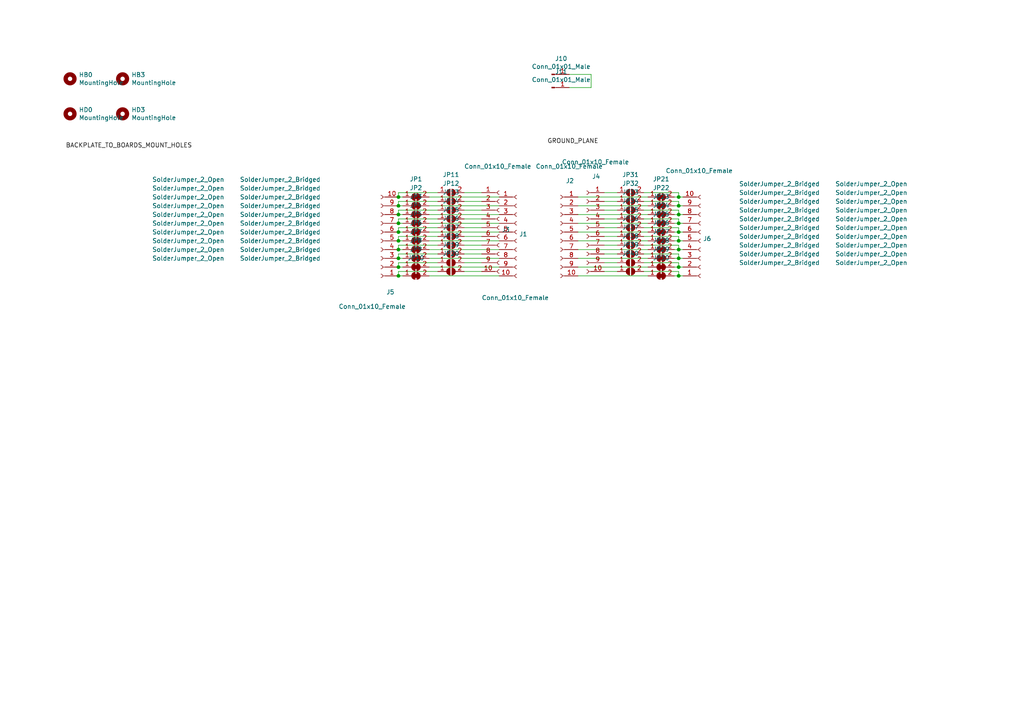
<source format=kicad_sch>
(kicad_sch (version 20211123) (generator eeschema)
  (paper "A4")
  (title_block (title "C12 Breakout") (company "Galopago"))
  (lib_symbols
    (symbol "Connector:Conn_01x01_Male" (pin_names (offset 1.016) hide)
      (property "Reference" "J" (at 0 2.54 0))
      (property "Value" "Conn_01x01_Male" (at 0 -2.54 0))
      (symbol "Conn_01x01_Male_1_1"
        (polyline (pts (xy 1.27 0) (xy 0.8636 0)) (stroke (width 0.1524)))
        (rectangle (start 0.8636 0.127) (end 0 -0.127) (stroke (width 0.1524)) (fill (type outline)))
        (pin passive line (at 5.08 0 180) (length 3.81) (name "Pin_1") (number "1"))
      )
    )
    (symbol "Connector:Conn_01x10_Female" (pin_names (offset 1.016) hide)
      (property "Reference" "J" (at 0 12.7 0))
      (property "Value" "Conn_01x10_Female" (at 0 -15.24 0))
      (symbol "Conn_01x10_Female_1_1"
        (arc (start 0 -12.192) (mid -0.508 -12.7) (end 0 -13.208) (stroke (width 0.1524)))
        (arc (start 0 -9.652) (mid -0.508 -10.16) (end 0 -10.668) (stroke (width 0.1524)))
        (arc (start 0 -7.112) (mid -0.508 -7.62) (end 0 -8.128) (stroke (width 0.1524)))
        (arc (start 0 -4.572) (mid -0.508 -5.08) (end 0 -5.588) (stroke (width 0.1524)))
        (arc (start 0 -2.032) (mid -0.508 -2.54) (end 0 -3.048) (stroke (width 0.1524)))
        (polyline (pts (xy -1.27 -12.7) (xy -0.508 -12.7)) (stroke (width 0.1524)))
        (polyline (pts (xy -1.27 -10.16) (xy -0.508 -10.16)) (stroke (width 0.1524)))
        (polyline (pts (xy -1.27 -7.62) (xy -0.508 -7.62)) (stroke (width 0.1524)))
        (polyline (pts (xy -1.27 -5.08) (xy -0.508 -5.08)) (stroke (width 0.1524)))
        (polyline (pts (xy -1.27 -2.54) (xy -0.508 -2.54)) (stroke (width 0.1524)))
        (polyline (pts (xy -1.27 0) (xy -0.508 0)) (stroke (width 0.1524)))
        (polyline (pts (xy -1.27 2.54) (xy -0.508 2.54)) (stroke (width 0.1524)))
        (polyline (pts (xy -1.27 5.08) (xy -0.508 5.08)) (stroke (width 0.1524)))
        (polyline (pts (xy -1.27 7.62) (xy -0.508 7.62)) (stroke (width 0.1524)))
        (polyline (pts (xy -1.27 10.16) (xy -0.508 10.16)) (stroke (width 0.1524)))
        (arc (start 0 0.508) (mid -0.508 0) (end 0 -0.508) (stroke (width 0.1524)))
        (arc (start 0 3.048) (mid -0.508 2.54) (end 0 2.032) (stroke (width 0.1524)))
        (arc (start 0 5.588) (mid -0.508 5.08) (end 0 4.572) (stroke (width 0.1524)))
        (arc (start 0 8.128) (mid -0.508 7.62) (end 0 7.112) (stroke (width 0.1524)))
        (arc (start 0 10.668) (mid -0.508 10.16) (end 0 9.652) (stroke (width 0.1524)))
        (pin passive line (at -5.08 10.16 0) (length 3.81) (name "Pin_1") (number "1"))
        (pin passive line (at -5.08 -12.7 0) (length 3.81) (name "Pin_10") (number "10"))
        (pin passive line (at -5.08 7.62 0) (length 3.81) (name "Pin_2") (number "2"))
        (pin passive line (at -5.08 5.08 0) (length 3.81) (name "Pin_3") (number "3"))
        (pin passive line (at -5.08 2.54 0) (length 3.81) (name "Pin_4") (number "4"))
        (pin passive line (at -5.08 0 0) (length 3.81) (name "Pin_5") (number "5"))
        (pin passive line (at -5.08 -2.54 0) (length 3.81) (name "Pin_6") (number "6"))
        (pin passive line (at -5.08 -5.08 0) (length 3.81) (name "Pin_7") (number "7"))
        (pin passive line (at -5.08 -7.62 0) (length 3.81) (name "Pin_8") (number "8"))
        (pin passive line (at -5.08 -10.16 0) (length 3.81) (name "Pin_9") (number "9"))
      )
    )
    (symbol "Jumper:SolderJumper_2_Bridged" (pin_names (offset 0) hide)
      (property "Reference" "JP" (at 0 2.032 0))
      (property "Value" "SolderJumper_2_Bridged" (at 0 -2.54 0))
      (symbol "SolderJumper_2_Bridged_0_1"
        (rectangle (start -0.508 0.508) (end 0.508 -0.508) (fill (type outline)))
        (arc (start -0.254 1.016) (mid -1.27 0) (end -0.254 -1.016))
        (arc (start -0.254 1.016) (mid -1.27 0) (end -0.254 -1.016) (fill (type outline)))
        (polyline (pts (xy -0.254 1.016) (xy -0.254 -1.016)))
        (polyline (pts (xy 0.254 1.016) (xy 0.254 -1.016)))
        (arc (start 0.254 -1.016) (mid 1.27 0) (end 0.254 1.016))
        (arc (start 0.254 -1.016) (mid 1.27 0) (end 0.254 1.016) (fill (type outline)))
      )
      (symbol "SolderJumper_2_Bridged_1_1"
        (pin passive line (at -3.81 0 0) (length 2.54) (name "A") (number "1"))
        (pin passive line (at 3.81 0 180) (length 2.54) (name "B") (number "2"))
      )
    )
    (symbol "Jumper:SolderJumper_2_Open" (pin_names (offset 0) hide)
      (property "Reference" "JP" (at 0 2.032 0))
      (property "Value" "SolderJumper_2_Open" (at 0 -2.54 0))
      (symbol "SolderJumper_2_Open_0_1"
        (arc (start -0.254 1.016) (mid -1.27 0) (end -0.254 -1.016))
        (arc (start -0.254 1.016) (mid -1.27 0) (end -0.254 -1.016) (fill (type outline)))
        (polyline (pts (xy -0.254 1.016) (xy -0.254 -1.016)))
        (polyline (pts (xy 0.254 1.016) (xy 0.254 -1.016)))
        (arc (start 0.254 -1.016) (mid 1.27 0) (end 0.254 1.016))
        (arc (start 0.254 -1.016) (mid 1.27 0) (end 0.254 1.016) (fill (type outline)))
      )
      (symbol "SolderJumper_2_Open_1_1"
        (pin passive line (at -3.81 0 0) (length 2.54) (name "A") (number "1"))
        (pin passive line (at 3.81 0 180) (length 2.54) (name "B") (number "2"))
      )
    )
    (symbol "Mechanical:MountingHole" (pin_names (offset 1.016))
      (property "Reference" "H" (at 0 5.08 0))
      (property "Value" "MountingHole" (at 0 3.175 0))
      (symbol "MountingHole_0_1"
        (circle (center 0 0) (radius 1.27) (stroke (width 1.27)))
      )
    )
  )
  (junction (at 196.85 77.47))
  (junction (at 115.57 57.15))
  (junction (at 196.85 59.69))
  (junction (at 196.85 62.23))
  (junction (at 196.85 67.31))
  (junction (at 196.85 72.39))
  (junction (at 196.85 69.85))
  (junction (at 196.85 80.01))
  (junction (at 115.57 69.85))
  (junction (at 115.57 80.01))
  (junction (at 115.57 72.39))
  (junction (at 115.57 59.69))
  (junction (at 196.85 74.93))
  (junction (at 115.57 64.77))
  (junction (at 115.57 62.23))
  (junction (at 115.57 67.31))
  (junction (at 196.85 57.15))
  (junction (at 115.57 77.47))
  (junction (at 196.85 64.77))
  (junction (at 115.57 74.93))
  (wire (pts (xy 196.85 59.69) (xy 198.12 59.69)))
  (wire (pts (xy 196.85 67.31) (xy 198.12 67.31)))
  (wire (pts (xy 115.57 78.74) (xy 115.57 80.01)))
  (wire (pts (xy 175.26 73.66) (xy 179.07 73.66)))
  (wire (pts (xy 171.45 21.59) (xy 171.45 25.4)))
  (wire (pts (xy 186.69 55.88) (xy 196.85 55.88)))
  (wire (pts (xy 115.57 71.12) (xy 115.57 72.39)))
  (wire (pts (xy 186.69 71.12) (xy 196.85 71.12)))
  (wire (pts (xy 195.58 80.01) (xy 196.85 80.01)))
  (wire (pts (xy 196.85 64.77) (xy 198.12 64.77)))
  (wire (pts (xy 196.85 71.12) (xy 196.85 72.39)))
  (wire (pts (xy 196.85 68.58) (xy 196.85 69.85)))
  (wire (pts (xy 167.64 64.77) (xy 187.96 64.77)))
  (wire (pts (xy 167.64 74.93) (xy 187.96 74.93)))
  (wire (pts (xy 186.69 66.04) (xy 196.85 66.04)))
  (wire (pts (xy 196.85 60.96) (xy 196.85 62.23)))
  (wire (pts (xy 175.26 58.42) (xy 179.07 58.42)))
  (wire (pts (xy 175.26 68.58) (xy 179.07 68.58)))
  (wire (pts (xy 127 66.04) (xy 115.57 66.04)))
  (wire (pts (xy 115.57 63.5) (xy 115.57 64.77)))
  (wire (pts (xy 124.46 64.77) (xy 144.78 64.77)))
  (wire (pts (xy 175.26 71.12) (xy 179.07 71.12)))
  (wire (pts (xy 124.46 80.01) (xy 144.78 80.01)))
  (wire (pts (xy 196.85 73.66) (xy 196.85 74.93)))
  (wire (pts (xy 115.57 74.93) (xy 116.84 74.93)))
  (wire (pts (xy 195.58 64.77) (xy 196.85 64.77)))
  (wire (pts (xy 134.62 78.74) (xy 139.7 78.74)))
  (wire (pts (xy 134.62 55.88) (xy 139.7 55.88)))
  (wire (pts (xy 167.64 59.69) (xy 187.96 59.69)))
  (wire (pts (xy 175.26 76.2) (xy 179.07 76.2)))
  (wire (pts (xy 171.45 25.4) (xy 165.1 25.4)))
  (wire (pts (xy 115.57 62.23) (xy 116.84 62.23)))
  (wire (pts (xy 127 55.88) (xy 115.57 55.88)))
  (wire (pts (xy 115.57 60.96) (xy 115.57 62.23)))
  (wire (pts (xy 195.58 59.69) (xy 196.85 59.69)))
  (wire (pts (xy 124.46 67.31) (xy 144.78 67.31)))
  (wire (pts (xy 175.26 63.5) (xy 179.07 63.5)))
  (wire (pts (xy 124.46 59.69) (xy 144.78 59.69)))
  (wire (pts (xy 124.46 74.93) (xy 144.78 74.93)))
  (wire (pts (xy 196.85 78.74) (xy 196.85 80.01)))
  (wire (pts (xy 196.85 76.2) (xy 196.85 77.47)))
  (wire (pts (xy 196.85 66.04) (xy 196.85 67.31)))
  (wire (pts (xy 186.69 58.42) (xy 196.85 58.42)))
  (wire (pts (xy 134.62 68.58) (xy 139.7 68.58)))
  (wire (pts (xy 175.26 60.96) (xy 179.07 60.96)))
  (wire (pts (xy 167.64 57.15) (xy 187.96 57.15)))
  (wire (pts (xy 195.58 72.39) (xy 196.85 72.39)))
  (wire (pts (xy 186.69 63.5) (xy 196.85 63.5)))
  (wire (pts (xy 115.57 69.85) (xy 116.84 69.85)))
  (wire (pts (xy 196.85 62.23) (xy 198.12 62.23)))
  (wire (pts (xy 115.57 80.01) (xy 116.84 80.01)))
  (wire (pts (xy 134.62 60.96) (xy 139.7 60.96)))
  (wire (pts (xy 127 71.12) (xy 115.57 71.12)))
  (wire (pts (xy 115.57 77.47) (xy 116.84 77.47)))
  (wire (pts (xy 124.46 62.23) (xy 144.78 62.23)))
  (wire (pts (xy 134.62 66.04) (xy 139.7 66.04)))
  (wire (pts (xy 196.85 77.47) (xy 198.12 77.47)))
  (wire (pts (xy 127 60.96) (xy 115.57 60.96)))
  (wire (pts (xy 167.64 67.31) (xy 187.96 67.31)))
  (wire (pts (xy 167.64 62.23) (xy 187.96 62.23)))
  (wire (pts (xy 195.58 67.31) (xy 196.85 67.31)))
  (wire (pts (xy 115.57 55.88) (xy 115.57 57.15)))
  (wire (pts (xy 195.58 69.85) (xy 196.85 69.85)))
  (wire (pts (xy 134.62 73.66) (xy 139.7 73.66)))
  (wire (pts (xy 167.64 80.01) (xy 187.96 80.01)))
  (wire (pts (xy 195.58 74.93) (xy 196.85 74.93)))
  (wire (pts (xy 115.57 73.66) (xy 115.57 74.93)))
  (wire (pts (xy 134.62 76.2) (xy 139.7 76.2)))
  (wire (pts (xy 196.85 55.88) (xy 196.85 57.15)))
  (wire (pts (xy 186.69 76.2) (xy 196.85 76.2)))
  (wire (pts (xy 134.62 71.12) (xy 139.7 71.12)))
  (wire (pts (xy 195.58 77.47) (xy 196.85 77.47)))
  (wire (pts (xy 167.64 69.85) (xy 187.96 69.85)))
  (wire (pts (xy 196.85 63.5) (xy 196.85 64.77)))
  (wire (pts (xy 195.58 62.23) (xy 196.85 62.23)))
  (wire (pts (xy 127 78.74) (xy 115.57 78.74)))
  (wire (pts (xy 127 63.5) (xy 115.57 63.5)))
  (wire (pts (xy 115.57 72.39) (xy 116.84 72.39)))
  (wire (pts (xy 186.69 68.58) (xy 196.85 68.58)))
  (wire (pts (xy 196.85 80.01) (xy 198.12 80.01)))
  (wire (pts (xy 134.62 58.42) (xy 139.7 58.42)))
  (wire (pts (xy 115.57 68.58) (xy 115.57 69.85)))
  (wire (pts (xy 167.64 77.47) (xy 187.96 77.47)))
  (wire (pts (xy 195.58 57.15) (xy 196.85 57.15)))
  (wire (pts (xy 124.46 69.85) (xy 144.78 69.85)))
  (wire (pts (xy 134.62 63.5) (xy 139.7 63.5)))
  (wire (pts (xy 196.85 69.85) (xy 198.12 69.85)))
  (wire (pts (xy 127 73.66) (xy 115.57 73.66)))
  (wire (pts (xy 127 58.42) (xy 115.57 58.42)))
  (wire (pts (xy 115.57 76.2) (xy 115.57 77.47)))
  (wire (pts (xy 127 76.2) (xy 115.57 76.2)))
  (wire (pts (xy 124.46 57.15) (xy 144.78 57.15)))
  (wire (pts (xy 175.26 78.74) (xy 179.07 78.74)))
  (wire (pts (xy 186.69 78.74) (xy 196.85 78.74)))
  (wire (pts (xy 196.85 58.42) (xy 196.85 59.69)))
  (wire (pts (xy 196.85 74.93) (xy 198.12 74.93)))
  (wire (pts (xy 127 68.58) (xy 115.57 68.58)))
  (wire (pts (xy 175.26 66.04) (xy 179.07 66.04)))
  (wire (pts (xy 124.46 77.47) (xy 144.78 77.47)))
  (wire (pts (xy 196.85 57.15) (xy 198.12 57.15)))
  (wire (pts (xy 196.85 72.39) (xy 198.12 72.39)))
  (wire (pts (xy 115.57 64.77) (xy 116.84 64.77)))
  (wire (pts (xy 175.26 55.88) (xy 179.07 55.88)))
  (wire (pts (xy 115.57 59.69) (xy 116.84 59.69)))
  (wire (pts (xy 115.57 57.15) (xy 116.84 57.15)))
  (wire (pts (xy 167.64 72.39) (xy 187.96 72.39)))
  (wire (pts (xy 115.57 67.31) (xy 116.84 67.31)))
  (wire (pts (xy 186.69 73.66) (xy 196.85 73.66)))
  (wire (pts (xy 144.78 72.39) (xy 124.46 72.39)))
  (wire (pts (xy 186.69 60.96) (xy 196.85 60.96)))
  (wire (pts (xy 165.1 21.59) (xy 171.45 21.59)))
  (wire (pts (xy 115.57 58.42) (xy 115.57 59.69)))
  (wire (pts (xy 115.57 66.04) (xy 115.57 67.31)))
  (label "BACKPLATE_TO_BOARDS_MOUNT_HOLES" (at 19.05 43.18 0))
  (label "GROUND_PLANE" (at 158.75 41.91 0))
  (symbol (lib_id "Mechanical:MountingHole") (at 20.32 22.86 0) (unit 1)
    (property "Reference" "HB0" (at 22.86 21.6916 0) (effects (justify left)))
    (property "Value" "MountingHole" (at 22.86 24.003 0) (effects (justify left)))
    (property "Footprint" "MountingHole:MountingHole_3mm" (effects hide))
  )
  (symbol (lib_id "Mechanical:MountingHole") (at 20.32 33.02 0) (unit 1)
    (property "Reference" "HD0" (at 22.86 31.8516 0) (effects (justify left)))
    (property "Value" "MountingHole" (at 22.86 34.163 0) (effects (justify left)))
    (property "Footprint" "MountingHole:MountingHole_3mm" (effects hide))
  )
  (symbol (lib_id "Mechanical:MountingHole") (at 35.56 22.86 0) (unit 1)
    (property "Reference" "HB3" (at 38.1 21.6916 0) (effects (justify left)))
    (property "Value" "MountingHole" (at 38.1 24.003 0) (effects (justify left)))
    (property "Footprint" "MountingHole:MountingHole_3mm" (effects hide))
  )
  (symbol (lib_id "Mechanical:MountingHole") (at 35.56 33.02 0) (unit 1)
    (property "Reference" "HD3" (at 38.1 31.8516 0) (effects (justify left)))
    (property "Value" "MountingHole" (at 38.1 34.163 0) (effects (justify left)))
    (property "Footprint" "MountingHole:MountingHole_3mm" (effects hide))
  )
  (symbol (lib_id "Connector:Conn_01x01_Male") (at 160.02 21.59 0) (unit 1)
    (property "Reference" "J10" (at 162.7632 16.9926 0))
    (property "Value" "Conn_01x01_Male" (at 162.7632 19.304 0))
    (property "Footprint" "Connector_Wire:SolderWirePad_1x01_Drill1mm" (effects hide))
  )
  (symbol (lib_id "Connector:Conn_01x01_Male") (at 160.02 25.4 0) (unit 1)
    (property "Reference" "J11" (at 162.7632 20.8026 0))
    (property "Value" "Conn_01x01_Male" (at 162.7632 23.114 0))
    (property "Footprint" "Connector_Wire:SolderWirePad_1x01_Drill1mm" (effects hide))
  )
  (symbol (lib_id "Connector:Conn_01x10_Female") (at 203.2 69.85 0) (mirror x) (unit 1)
    (property "Reference" "J6" (at 203.9112 69.2404 0) (effects (justify left)))
    (property "Value" "Conn_01x10_Female" (at 193.04 49.53 0) (effects (justify left)))
    (property "Footprint" "TerminalBlock_4Ucon:TerminalBlock_4Ucon_1x10_P3.50mm_Vertical" (effects hide))
  )
  (symbol (lib_id "Connector:Conn_01x10_Female") (at 162.56 67.31 0) (mirror y) (unit 1)
    (property "Reference" "J2" (at 165.3032 52.451 0))
    (property "Value" "Conn_01x10_Female" (at 165.1 48.26 0))
    (property "Footprint" "Connector_PinHeader_2.54mm:PinHeader_1x10_P2.54mm_Vertical" (effects hide))
  )
  (symbol (lib_id "Connector:Conn_01x10_Female") (at 110.49 69.85 180) (unit 1)
    (property "Reference" "J5" (at 113.2332 84.709 0))
    (property "Value" "Conn_01x10_Female" (at 107.95 88.9 0))
    (property "Footprint" "TerminalBlock_4Ucon:TerminalBlock_4Ucon_1x10_P3.50mm_Vertical" (effects hide))
  )
  (symbol (lib_id "Connector:Conn_01x10_Female") (at 149.86 67.31 0) (unit 1)
    (property "Reference" "J1" (at 150.5712 67.9196 0) (effects (justify left)))
    (property "Value" "Conn_01x10_Female" (at 139.7 86.36 0) (effects (justify left)))
    (property "Footprint" "Connector_PinHeader_2.54mm:PinHeader_1x10_P2.54mm_Vertical" (effects hide))
  )
  (symbol (lib_id "Jumper:SolderJumper_2_Bridged") (at 120.65 57.15 0) (unit 1)
    (property "Reference" "JP1" (at 120.65 51.943 0))
    (property "Value" "SolderJumper_2_Bridged" (at 81.28 52.07 0))
    (property "Footprint" "Jumper:SolderJumper-2_P1.3mm_Bridged_RoundedPad1.0x1.5mm" (effects hide))
  )
  (symbol (lib_id "Connector:Conn_01x10_Female") (at 144.78 66.04 0) (unit 1)
    (property "Reference" "J3" (at 145.4912 66.6496 0) (effects (justify left)))
    (property "Value" "Conn_01x10_Female" (at 134.62 48.26 0) (effects (justify left)))
    (property "Footprint" "Connector_PinHeader_2.54mm:PinHeader_1x10_P2.54mm_Vertical" (effects hide))
  )
  (symbol (lib_id "Jumper:SolderJumper_2_Bridged") (at 120.65 59.69 0) (unit 1)
    (property "Reference" "JP2" (at 120.65 54.483 0))
    (property "Value" "SolderJumper_2_Bridged" (at 81.28 54.61 0))
    (property "Footprint" "Jumper:SolderJumper-2_P1.3mm_Bridged_RoundedPad1.0x1.5mm" (effects hide))
  )
  (symbol (lib_id "Jumper:SolderJumper_2_Bridged") (at 120.65 62.23 0) (unit 1)
    (property "Reference" "JP3" (at 120.65 57.023 0))
    (property "Value" "SolderJumper_2_Bridged" (at 81.28 57.15 0))
    (property "Footprint" "Jumper:SolderJumper-2_P1.3mm_Bridged_RoundedPad1.0x1.5mm" (effects hide))
  )
  (symbol (lib_id "Jumper:SolderJumper_2_Bridged") (at 120.65 64.77 0) (unit 1)
    (property "Reference" "JP4" (at 120.65 59.563 0))
    (property "Value" "SolderJumper_2_Bridged" (at 81.28 59.69 0))
    (property "Footprint" "Jumper:SolderJumper-2_P1.3mm_Bridged_RoundedPad1.0x1.5mm" (effects hide))
  )
  (symbol (lib_id "Jumper:SolderJumper_2_Bridged") (at 120.65 67.31 0) (unit 1)
    (property "Reference" "JP5" (at 120.65 62.103 0))
    (property "Value" "SolderJumper_2_Bridged" (at 81.28 62.23 0))
    (property "Footprint" "Jumper:SolderJumper-2_P1.3mm_Bridged_RoundedPad1.0x1.5mm" (effects hide))
  )
  (symbol (lib_id "Jumper:SolderJumper_2_Bridged") (at 120.65 69.85 0) (unit 1)
    (property "Reference" "JP6" (at 120.65 64.643 0))
    (property "Value" "SolderJumper_2_Bridged" (at 81.28 64.77 0))
    (property "Footprint" "Jumper:SolderJumper-2_P1.3mm_Bridged_RoundedPad1.0x1.5mm" (effects hide))
  )
  (symbol (lib_id "Jumper:SolderJumper_2_Bridged") (at 120.65 72.39 0) (unit 1)
    (property "Reference" "JP7" (at 120.65 67.183 0))
    (property "Value" "SolderJumper_2_Bridged" (at 81.28 67.31 0))
    (property "Footprint" "Jumper:SolderJumper-2_P1.3mm_Bridged_RoundedPad1.0x1.5mm" (effects hide))
  )
  (symbol (lib_id "Jumper:SolderJumper_2_Bridged") (at 120.65 74.93 0) (unit 1)
    (property "Reference" "JP8" (at 120.65 69.723 0))
    (property "Value" "SolderJumper_2_Bridged" (at 81.28 69.85 0))
    (property "Footprint" "Jumper:SolderJumper-2_P1.3mm_Bridged_RoundedPad1.0x1.5mm" (effects hide))
  )
  (symbol (lib_id "Jumper:SolderJumper_2_Bridged") (at 120.65 77.47 0) (unit 1)
    (property "Reference" "JP9" (at 120.65 72.263 0))
    (property "Value" "SolderJumper_2_Bridged" (at 81.28 72.39 0))
    (property "Footprint" "Jumper:SolderJumper-2_P1.3mm_Bridged_RoundedPad1.0x1.5mm" (effects hide))
  )
  (symbol (lib_id "Jumper:SolderJumper_2_Bridged") (at 120.65 80.01 0) (unit 1)
    (property "Reference" "JP10" (at 120.65 74.803 0))
    (property "Value" "SolderJumper_2_Bridged" (at 81.28 74.93 0))
    (property "Footprint" "Jumper:SolderJumper-2_P1.3mm_Bridged_RoundedPad1.0x1.5mm" (effects hide))
  )
  (symbol (lib_id "Jumper:SolderJumper_2_Open") (at 130.81 55.88 0) (unit 1)
    (property "Reference" "JP11" (at 130.81 50.673 0))
    (property "Value" "SolderJumper_2_Open" (at 54.61 52.07 0))
    (property "Footprint" "Jumper:SolderJumper-2_P1.3mm_Open_RoundedPad1.0x1.5mm" (effects hide))
  )
  (symbol (lib_id "Jumper:SolderJumper_2_Open") (at 130.81 58.42 0) (unit 1)
    (property "Reference" "JP12" (at 130.81 53.213 0))
    (property "Value" "SolderJumper_2_Open" (at 54.61 54.61 0))
    (property "Footprint" "Jumper:SolderJumper-2_P1.3mm_Open_RoundedPad1.0x1.5mm" (effects hide))
  )
  (symbol (lib_id "Jumper:SolderJumper_2_Open") (at 130.81 60.96 0) (unit 1)
    (property "Reference" "JP13" (at 130.81 55.753 0))
    (property "Value" "SolderJumper_2_Open" (at 54.61 57.15 0))
    (property "Footprint" "Jumper:SolderJumper-2_P1.3mm_Open_RoundedPad1.0x1.5mm" (effects hide))
  )
  (symbol (lib_id "Jumper:SolderJumper_2_Open") (at 130.81 63.5 0) (unit 1)
    (property "Reference" "JP14" (at 130.81 58.293 0))
    (property "Value" "SolderJumper_2_Open" (at 54.61 59.69 0))
    (property "Footprint" "Jumper:SolderJumper-2_P1.3mm_Open_RoundedPad1.0x1.5mm" (effects hide))
  )
  (symbol (lib_id "Jumper:SolderJumper_2_Open") (at 130.81 66.04 0) (unit 1)
    (property "Reference" "JP15" (at 130.81 60.833 0))
    (property "Value" "SolderJumper_2_Open" (at 54.61 62.23 0))
    (property "Footprint" "Jumper:SolderJumper-2_P1.3mm_Open_RoundedPad1.0x1.5mm" (effects hide))
  )
  (symbol (lib_id "Jumper:SolderJumper_2_Open") (at 130.81 68.58 0) (unit 1)
    (property "Reference" "JP16" (at 130.81 63.373 0))
    (property "Value" "SolderJumper_2_Open" (at 54.61 64.77 0))
    (property "Footprint" "Jumper:SolderJumper-2_P1.3mm_Open_RoundedPad1.0x1.5mm" (effects hide))
  )
  (symbol (lib_id "Jumper:SolderJumper_2_Open") (at 130.81 71.12 0) (unit 1)
    (property "Reference" "JP17" (at 130.81 65.913 0))
    (property "Value" "SolderJumper_2_Open" (at 54.61 67.31 0))
    (property "Footprint" "Jumper:SolderJumper-2_P1.3mm_Open_RoundedPad1.0x1.5mm" (effects hide))
  )
  (symbol (lib_id "Jumper:SolderJumper_2_Open") (at 130.81 73.66 0) (unit 1)
    (property "Reference" "JP18" (at 130.81 68.453 0))
    (property "Value" "SolderJumper_2_Open" (at 54.61 69.85 0))
    (property "Footprint" "Jumper:SolderJumper-2_P1.3mm_Open_RoundedPad1.0x1.5mm" (effects hide))
  )
  (symbol (lib_id "Jumper:SolderJumper_2_Open") (at 130.81 76.2 0) (unit 1)
    (property "Reference" "JP19" (at 130.81 70.993 0))
    (property "Value" "SolderJumper_2_Open" (at 54.61 72.39 0))
    (property "Footprint" "Jumper:SolderJumper-2_P1.3mm_Open_RoundedPad1.0x1.5mm" (effects hide))
  )
  (symbol (lib_id "Jumper:SolderJumper_2_Open") (at 130.81 78.74 0) (unit 1)
    (property "Reference" "JP20" (at 130.81 73.533 0))
    (property "Value" "SolderJumper_2_Open" (at 54.61 74.93 0))
    (property "Footprint" "Jumper:SolderJumper-2_P1.3mm_Open_RoundedPad1.0x1.5mm" (effects hide))
  )
  (symbol (lib_id "Jumper:SolderJumper_2_Bridged") (at 191.77 57.15 0) (unit 1)
    (property "Reference" "JP21" (at 191.77 51.943 0))
    (property "Value" "SolderJumper_2_Bridged" (at 226.06 53.34 0))
    (property "Footprint" "Jumper:SolderJumper-2_P1.3mm_Bridged_RoundedPad1.0x1.5mm" (effects hide))
  )
  (symbol (lib_id "Jumper:SolderJumper_2_Bridged") (at 191.77 59.69 0) (unit 1)
    (property "Reference" "JP22" (at 191.77 54.483 0))
    (property "Value" "SolderJumper_2_Bridged" (at 226.06 55.88 0))
    (property "Footprint" "Jumper:SolderJumper-2_P1.3mm_Bridged_RoundedPad1.0x1.5mm" (effects hide))
  )
  (symbol (lib_id "Jumper:SolderJumper_2_Bridged") (at 191.77 62.23 0) (unit 1)
    (property "Reference" "JP23" (at 191.77 57.023 0))
    (property "Value" "SolderJumper_2_Bridged" (at 226.06 58.42 0))
    (property "Footprint" "Jumper:SolderJumper-2_P1.3mm_Bridged_RoundedPad1.0x1.5mm" (effects hide))
  )
  (symbol (lib_id "Jumper:SolderJumper_2_Bridged") (at 191.77 64.77 0) (unit 1)
    (property "Reference" "JP24" (at 191.77 59.563 0))
    (property "Value" "SolderJumper_2_Bridged" (at 226.06 60.96 0))
    (property "Footprint" "Jumper:SolderJumper-2_P1.3mm_Bridged_RoundedPad1.0x1.5mm" (effects hide))
  )
  (symbol (lib_id "Jumper:SolderJumper_2_Bridged") (at 191.77 67.31 0) (unit 1)
    (property "Reference" "JP25" (at 191.77 62.103 0))
    (property "Value" "SolderJumper_2_Bridged" (at 226.06 63.5 0))
    (property "Footprint" "Jumper:SolderJumper-2_P1.3mm_Bridged_RoundedPad1.0x1.5mm" (effects hide))
  )
  (symbol (lib_id "Jumper:SolderJumper_2_Bridged") (at 191.77 69.85 0) (unit 1)
    (property "Reference" "JP26" (at 191.77 64.643 0))
    (property "Value" "SolderJumper_2_Bridged" (at 226.06 66.04 0))
    (property "Footprint" "Jumper:SolderJumper-2_P1.3mm_Bridged_RoundedPad1.0x1.5mm" (effects hide))
  )
  (symbol (lib_id "Jumper:SolderJumper_2_Bridged") (at 191.77 72.39 0) (unit 1)
    (property "Reference" "JP27" (at 191.77 67.183 0))
    (property "Value" "SolderJumper_2_Bridged" (at 226.06 68.58 0))
    (property "Footprint" "Jumper:SolderJumper-2_P1.3mm_Bridged_RoundedPad1.0x1.5mm" (effects hide))
  )
  (symbol (lib_id "Jumper:SolderJumper_2_Bridged") (at 191.77 74.93 0) (unit 1)
    (property "Reference" "JP28" (at 191.77 69.723 0))
    (property "Value" "SolderJumper_2_Bridged" (at 226.06 71.12 0))
    (property "Footprint" "Jumper:SolderJumper-2_P1.3mm_Bridged_RoundedPad1.0x1.5mm" (effects hide))
  )
  (symbol (lib_id "Jumper:SolderJumper_2_Bridged") (at 191.77 77.47 0) (unit 1)
    (property "Reference" "JP29" (at 191.77 72.263 0))
    (property "Value" "SolderJumper_2_Bridged" (at 226.06 73.66 0))
    (property "Footprint" "Jumper:SolderJumper-2_P1.3mm_Bridged_RoundedPad1.0x1.5mm" (effects hide))
  )
  (symbol (lib_id "Jumper:SolderJumper_2_Bridged") (at 191.77 80.01 0) (unit 1)
    (property "Reference" "JP30" (at 191.77 74.803 0))
    (property "Value" "SolderJumper_2_Bridged" (at 226.06 76.2 0))
    (property "Footprint" "Jumper:SolderJumper-2_P1.3mm_Bridged_RoundedPad1.0x1.5mm" (effects hide))
  )
  (symbol (lib_id "Connector:Conn_01x10_Female") (at 170.18 66.04 0) (mirror y) (unit 1)
    (property "Reference" "J4" (at 172.9232 51.181 0))
    (property "Value" "Conn_01x10_Female" (at 172.72 46.99 0))
    (property "Footprint" "Connector_PinHeader_2.54mm:PinHeader_1x10_P2.54mm_Vertical" (effects hide))
  )
  (symbol (lib_id "Jumper:SolderJumper_2_Open") (at 182.88 55.88 0) (unit 1)
    (property "Reference" "JP31" (at 182.88 50.673 0))
    (property "Value" "SolderJumper_2_Open" (at 252.73 53.34 0))
    (property "Footprint" "Jumper:SolderJumper-2_P1.3mm_Open_RoundedPad1.0x1.5mm" (effects hide))
  )
  (symbol (lib_id "Jumper:SolderJumper_2_Open") (at 182.88 58.42 0) (unit 1)
    (property "Reference" "JP32" (at 182.88 53.213 0))
    (property "Value" "SolderJumper_2_Open" (at 252.73 55.88 0))
    (property "Footprint" "Jumper:SolderJumper-2_P1.3mm_Open_RoundedPad1.0x1.5mm" (effects hide))
  )
  (symbol (lib_id "Jumper:SolderJumper_2_Open") (at 182.88 60.96 0) (unit 1)
    (property "Reference" "JP33" (at 182.88 55.753 0))
    (property "Value" "SolderJumper_2_Open" (at 252.73 58.42 0))
    (property "Footprint" "Jumper:SolderJumper-2_P1.3mm_Open_RoundedPad1.0x1.5mm" (effects hide))
  )
  (symbol (lib_id "Jumper:SolderJumper_2_Open") (at 182.88 63.5 0) (unit 1)
    (property "Reference" "JP34" (at 182.88 58.293 0))
    (property "Value" "SolderJumper_2_Open" (at 252.73 60.96 0))
    (property "Footprint" "Jumper:SolderJumper-2_P1.3mm_Open_RoundedPad1.0x1.5mm" (effects hide))
  )
  (symbol (lib_id "Jumper:SolderJumper_2_Open") (at 182.88 66.04 0) (unit 1)
    (property "Reference" "JP35" (at 182.88 60.833 0))
    (property "Value" "SolderJumper_2_Open" (at 252.73 63.5 0))
    (property "Footprint" "Jumper:SolderJumper-2_P1.3mm_Open_RoundedPad1.0x1.5mm" (effects hide))
  )
  (symbol (lib_id "Jumper:SolderJumper_2_Open") (at 182.88 68.58 0) (unit 1)
    (property "Reference" "JP36" (at 182.88 63.373 0))
    (property "Value" "SolderJumper_2_Open" (at 252.73 66.04 0))
    (property "Footprint" "Jumper:SolderJumper-2_P1.3mm_Open_RoundedPad1.0x1.5mm" (effects hide))
  )
  (symbol (lib_id "Jumper:SolderJumper_2_Open") (at 182.88 71.12 0) (unit 1)
    (property "Reference" "JP37" (at 182.88 65.913 0))
    (property "Value" "SolderJumper_2_Open" (at 252.73 68.58 0))
    (property "Footprint" "Jumper:SolderJumper-2_P1.3mm_Open_RoundedPad1.0x1.5mm" (effects hide))
  )
  (symbol (lib_id "Jumper:SolderJumper_2_Open") (at 182.88 73.66 0) (unit 1)
    (property "Reference" "JP38" (at 182.88 68.453 0))
    (property "Value" "SolderJumper_2_Open" (at 252.73 71.12 0))
    (property "Footprint" "Jumper:SolderJumper-2_P1.3mm_Open_RoundedPad1.0x1.5mm" (effects hide))
  )
  (symbol (lib_id "Jumper:SolderJumper_2_Open") (at 182.88 76.2 0) (unit 1)
    (property "Reference" "JP39" (at 182.88 70.993 0))
    (property "Value" "SolderJumper_2_Open" (at 252.73 73.66 0))
    (property "Footprint" "Jumper:SolderJumper-2_P1.3mm_Open_RoundedPad1.0x1.5mm" (effects hide))
  )
  (symbol (lib_id "Jumper:SolderJumper_2_Open") (at 182.88 78.74 0) (unit 1)
    (property "Reference" "JP40" (at 182.88 73.533 0))
    (property "Value" "SolderJumper_2_Open" (at 252.73 76.2 0))
    (property "Footprint" "Jumper:SolderJumper-2_P1.3mm_Open_RoundedPad1.0x1.5mm" (effects hide))
  )
)
</source>
